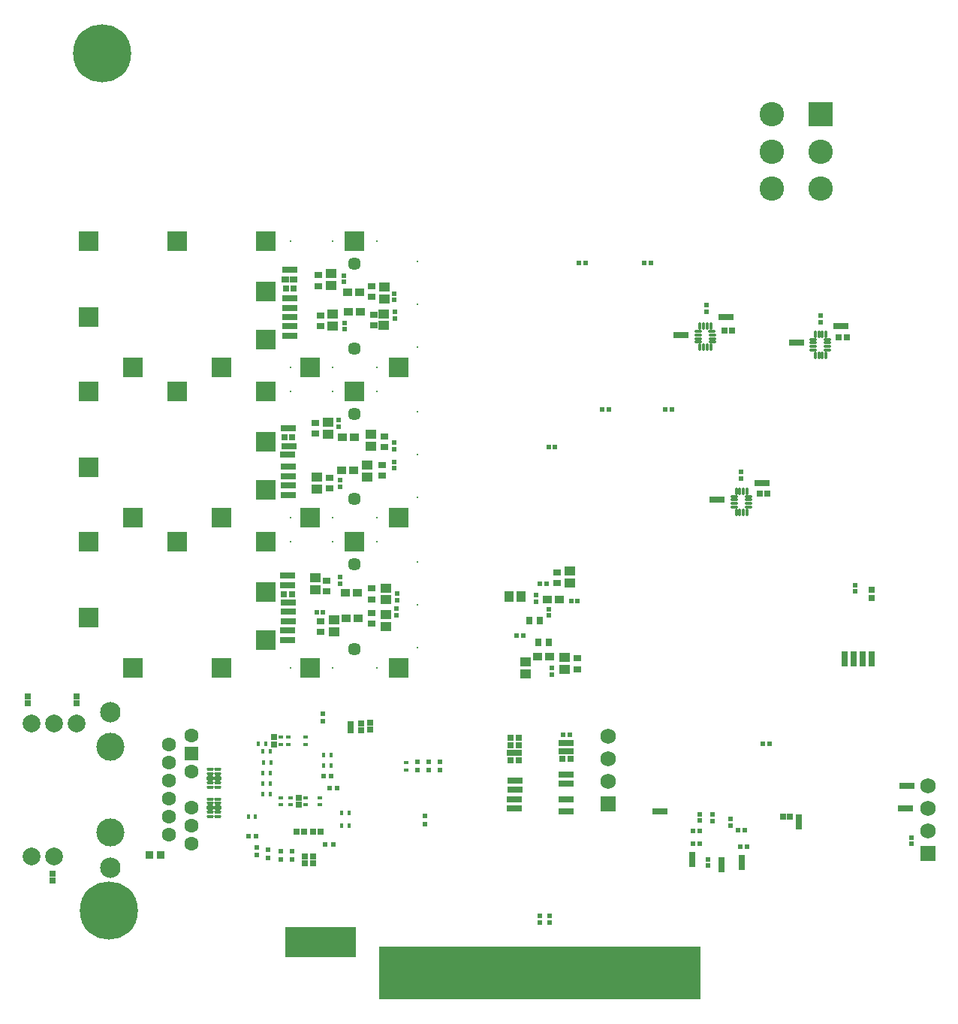
<source format=gbs>
G04*
G04 #@! TF.GenerationSoftware,Altium Limited,Altium Designer,24.4.1 (13)*
G04*
G04 Layer_Color=16711935*
%FSLAX44Y44*%
%MOMM*%
G71*
G04*
G04 #@! TF.SameCoordinates,C8449213-8EB4-48FE-A7C1-A76CF94B410D*
G04*
G04*
G04 #@! TF.FilePolarity,Negative*
G04*
G01*
G75*
%ADD29R,0.6725X0.7154*%
%ADD30R,0.5811X0.5121*%
%ADD54R,0.5121X0.5811*%
%ADD75R,0.7500X0.9000*%
%ADD76R,0.4000X0.5000*%
%ADD92R,8.0000X3.4500*%
%ADD93R,36.2500X6.0376*%
%ADD100R,0.8032X0.8532*%
%ADD101R,0.8532X0.8032*%
%ADD110R,1.6032X1.6032*%
G04:AMPARAMS|DCode=112|XSize=0.4032mm|YSize=0.8032mm|CornerRadius=0.1516mm|HoleSize=0mm|Usage=FLASHONLY|Rotation=0.000|XOffset=0mm|YOffset=0mm|HoleType=Round|Shape=RoundedRectangle|*
%AMROUNDEDRECTD112*
21,1,0.4032,0.5000,0,0,0.0*
21,1,0.1000,0.8032,0,0,0.0*
1,1,0.3032,0.0500,-0.2500*
1,1,0.3032,-0.0500,-0.2500*
1,1,0.3032,-0.0500,0.2500*
1,1,0.3032,0.0500,0.2500*
%
%ADD112ROUNDEDRECTD112*%
G04:AMPARAMS|DCode=113|XSize=0.4032mm|YSize=0.8032mm|CornerRadius=0.1516mm|HoleSize=0mm|Usage=FLASHONLY|Rotation=90.000|XOffset=0mm|YOffset=0mm|HoleType=Round|Shape=RoundedRectangle|*
%AMROUNDEDRECTD113*
21,1,0.4032,0.5000,0,0,90.0*
21,1,0.1000,0.8032,0,0,90.0*
1,1,0.3032,0.2500,0.0500*
1,1,0.3032,0.2500,-0.0500*
1,1,0.3032,-0.2500,-0.0500*
1,1,0.3032,-0.2500,0.0500*
%
%ADD113ROUNDEDRECTD113*%
G04:AMPARAMS|DCode=114|XSize=0.4032mm|YSize=0.9032mm|CornerRadius=0.1516mm|HoleSize=0mm|Usage=FLASHONLY|Rotation=90.000|XOffset=0mm|YOffset=0mm|HoleType=Round|Shape=RoundedRectangle|*
%AMROUNDEDRECTD114*
21,1,0.4032,0.6000,0,0,90.0*
21,1,0.1000,0.9032,0,0,90.0*
1,1,0.3032,0.3000,0.0500*
1,1,0.3032,0.3000,-0.0500*
1,1,0.3032,-0.3000,-0.0500*
1,1,0.3032,-0.3000,0.0500*
%
%ADD114ROUNDEDRECTD114*%
%ADD115R,0.7532X0.7532*%
%ADD116R,0.9144X4.3942*%
%ADD118R,0.7532X0.7032*%
%ADD119R,0.7032X0.7532*%
%ADD121R,0.7532X0.7532*%
%ADD128R,0.9144X3.4036*%
%ADD129R,1.7532X1.7532*%
%ADD130C,1.7532*%
%ADD131C,1.4532*%
%ADD132R,2.2032X2.2032*%
%ADD133C,0.2032*%
%ADD134C,3.1532*%
%ADD135C,2.0032*%
%ADD136C,2.3032*%
%ADD137C,1.6032*%
%ADD138C,6.5532*%
%ADD139R,2.7500X2.7500*%
%ADD140C,2.7500*%
%ADD164R,0.9000X0.7500*%
%ADD166R,1.1061X0.9582*%
%ADD169R,0.5682X0.5725*%
%ADD170R,0.8500X0.9000*%
%ADD173R,0.5725X0.5682*%
%ADD174R,0.5000X0.4000*%
%ADD175R,0.4682X0.4725*%
%ADD176R,1.2032X1.1032*%
%ADD177R,1.1032X1.2032*%
%ADD178R,0.6532X0.6532*%
G04:AMPARAMS|DCode=179|XSize=0.4032mm|YSize=0.7682mm|CornerRadius=0.1516mm|HoleSize=0mm|Usage=FLASHONLY|Rotation=270.000|XOffset=0mm|YOffset=0mm|HoleType=Round|Shape=RoundedRectangle|*
%AMROUNDEDRECTD179*
21,1,0.4032,0.4650,0,0,270.0*
21,1,0.1000,0.7682,0,0,270.0*
1,1,0.3032,-0.2325,-0.0500*
1,1,0.3032,-0.2325,0.0500*
1,1,0.3032,0.2325,0.0500*
1,1,0.3032,0.2325,-0.0500*
%
%ADD179ROUNDEDRECTD179*%
G04:AMPARAMS|DCode=180|XSize=0.6032mm|YSize=0.7682mm|CornerRadius=0.1516mm|HoleSize=0mm|Usage=FLASHONLY|Rotation=270.000|XOffset=0mm|YOffset=0mm|HoleType=Round|Shape=RoundedRectangle|*
%AMROUNDEDRECTD180*
21,1,0.6032,0.4650,0,0,270.0*
21,1,0.3000,0.7682,0,0,270.0*
1,1,0.3032,-0.2325,-0.1500*
1,1,0.3032,-0.2325,0.1500*
1,1,0.3032,0.2325,0.1500*
1,1,0.3032,0.2325,-0.1500*
%
%ADD180ROUNDEDRECTD180*%
D29*
X993227Y459225D02*
D03*
Y449654D02*
D03*
D30*
X618947Y466392D02*
D03*
X626258D02*
D03*
X635942Y620099D02*
D03*
X628631D02*
D03*
X670335Y827279D02*
D03*
X663025D02*
D03*
X743811Y827379D02*
D03*
X736501D02*
D03*
X696372Y662193D02*
D03*
X689061D02*
D03*
X767696Y662559D02*
D03*
X760386D02*
D03*
X592605Y407574D02*
D03*
X599915D02*
D03*
X661083Y446764D02*
D03*
X653772D02*
D03*
X877509Y286025D02*
D03*
X870198D02*
D03*
X842305Y188615D02*
D03*
X849616D02*
D03*
X844801Y169815D02*
D03*
X852112D02*
D03*
X798616Y172919D02*
D03*
X791305D02*
D03*
X798616Y187919D02*
D03*
X791305D02*
D03*
X644828Y295662D02*
D03*
X652138D02*
D03*
X366965Y434128D02*
D03*
X374276D02*
D03*
D54*
X629163Y430472D02*
D03*
Y437783D02*
D03*
X631929Y363860D02*
D03*
Y371171D02*
D03*
X614579Y453493D02*
D03*
Y446182D02*
D03*
X397632Y813544D02*
D03*
Y806234D02*
D03*
X454615Y793393D02*
D03*
Y786083D02*
D03*
X398070Y752906D02*
D03*
Y760217D02*
D03*
X455517Y765071D02*
D03*
Y772382D02*
D03*
X934854Y768419D02*
D03*
Y761108D02*
D03*
X806571Y779934D02*
D03*
Y772623D02*
D03*
X845349Y592111D02*
D03*
Y584800D02*
D03*
X973897Y457345D02*
D03*
Y464655D02*
D03*
X393399Y582606D02*
D03*
Y575295D02*
D03*
X392044Y643211D02*
D03*
Y650522D02*
D03*
X457311Y437978D02*
D03*
Y430667D02*
D03*
X457324Y455142D02*
D03*
Y447832D02*
D03*
X454615Y603436D02*
D03*
Y596125D02*
D03*
X454395Y617799D02*
D03*
Y625110D02*
D03*
X393399Y466164D02*
D03*
Y473475D02*
D03*
X833346Y200993D02*
D03*
Y193683D02*
D03*
X618944Y84621D02*
D03*
Y91931D02*
D03*
X808260Y155771D02*
D03*
Y148460D02*
D03*
X799104Y199220D02*
D03*
Y206531D02*
D03*
X813260Y198956D02*
D03*
Y206267D02*
D03*
X1038000Y172945D02*
D03*
Y180255D02*
D03*
X629866Y91931D02*
D03*
Y84621D02*
D03*
D75*
X628896Y400202D02*
D03*
X616896D02*
D03*
X618350Y424899D02*
D03*
X606351D02*
D03*
D76*
X403399Y208180D02*
D03*
X395399D02*
D03*
X403398Y193160D02*
D03*
X395398D02*
D03*
X314370Y229101D02*
D03*
X306370D02*
D03*
X314370Y241101D02*
D03*
X306370D02*
D03*
X289678Y203649D02*
D03*
X297678D02*
D03*
X374870Y261101D02*
D03*
X382870D02*
D03*
X374870Y273101D02*
D03*
X382870D02*
D03*
X315120Y264895D02*
D03*
X307120D02*
D03*
X314370Y253101D02*
D03*
X306370D02*
D03*
X314370Y277101D02*
D03*
X306370D02*
D03*
X309209Y286101D02*
D03*
X301209D02*
D03*
D92*
X371000Y62626D02*
D03*
D93*
X618750Y27688D02*
D03*
D100*
X982826Y377017D02*
D03*
Y385517D02*
D03*
X993227Y377078D02*
D03*
Y385578D02*
D03*
X972268Y377017D02*
D03*
Y385517D02*
D03*
X962188Y377017D02*
D03*
Y385517D02*
D03*
X910973Y193838D02*
D03*
Y202338D02*
D03*
X845960Y147865D02*
D03*
Y156365D02*
D03*
X823260Y145369D02*
D03*
Y153869D02*
D03*
X790850Y151521D02*
D03*
Y160021D02*
D03*
D101*
X1035105Y213000D02*
D03*
X1026605D02*
D03*
X331986Y809416D02*
D03*
X340486D02*
D03*
X332104Y819787D02*
D03*
X340604D02*
D03*
X332785Y787762D02*
D03*
X341285D02*
D03*
X332607Y777112D02*
D03*
X341107D02*
D03*
X332696Y766640D02*
D03*
X341196D02*
D03*
X332518Y756168D02*
D03*
X341018D02*
D03*
X332377Y745479D02*
D03*
X340877D02*
D03*
X954245Y756589D02*
D03*
X962745D02*
D03*
X912658Y737529D02*
D03*
X904158D02*
D03*
X823941Y766349D02*
D03*
X832441D02*
D03*
X781908Y745997D02*
D03*
X773408D02*
D03*
X822387Y560672D02*
D03*
X813887D02*
D03*
X865000Y579732D02*
D03*
X873500D02*
D03*
X652733Y251412D02*
D03*
X644233D02*
D03*
X652733Y240912D02*
D03*
X644233D02*
D03*
X652733Y209436D02*
D03*
X644233D02*
D03*
X594335Y212912D02*
D03*
X585835D02*
D03*
X1028479Y238400D02*
D03*
X1036979D02*
D03*
X652733Y223412D02*
D03*
X644233D02*
D03*
X339045Y576700D02*
D03*
X330545D02*
D03*
X339268Y566199D02*
D03*
X330768D02*
D03*
X339268Y587230D02*
D03*
X330768D02*
D03*
X338561Y611418D02*
D03*
X330061D02*
D03*
X339561Y598380D02*
D03*
X331061D02*
D03*
X339875Y621450D02*
D03*
X331375D02*
D03*
X338841Y424035D02*
D03*
X330341D02*
D03*
X339377Y434738D02*
D03*
X330877D02*
D03*
X338895Y444609D02*
D03*
X330395D02*
D03*
X338163Y464185D02*
D03*
X329663D02*
D03*
X338045Y475286D02*
D03*
X329545D02*
D03*
X339604Y641023D02*
D03*
X331104D02*
D03*
X338560Y414049D02*
D03*
X330061D02*
D03*
X338561Y402770D02*
D03*
X330060D02*
D03*
X750170Y209897D02*
D03*
X758670D02*
D03*
X586473Y244060D02*
D03*
X594973D02*
D03*
X586421Y234412D02*
D03*
X594921D02*
D03*
X585733Y223412D02*
D03*
X594234D02*
D03*
X652733Y286412D02*
D03*
X644233D02*
D03*
X652733Y277412D02*
D03*
X644233D02*
D03*
X585734Y275412D02*
D03*
X594234D02*
D03*
D110*
X225943Y274506D02*
D03*
D112*
X941212Y747529D02*
D03*
X937212D02*
D03*
X933212D02*
D03*
X929212D02*
D03*
Y723529D02*
D03*
X933212D02*
D03*
X937212D02*
D03*
X941212D02*
D03*
X811358Y756529D02*
D03*
X807358D02*
D03*
X803358D02*
D03*
X799358D02*
D03*
Y732529D02*
D03*
X803358D02*
D03*
X807358D02*
D03*
X811358D02*
D03*
X852152Y570672D02*
D03*
X848152D02*
D03*
X844152D02*
D03*
X840152D02*
D03*
Y546672D02*
D03*
X844152D02*
D03*
X848152D02*
D03*
X852152D02*
D03*
D113*
X927212Y741529D02*
D03*
Y737529D02*
D03*
Y733529D02*
D03*
Y729529D02*
D03*
X943212D02*
D03*
Y733529D02*
D03*
Y737529D02*
D03*
X797358Y750529D02*
D03*
Y746529D02*
D03*
Y742529D02*
D03*
Y738529D02*
D03*
X813358D02*
D03*
Y742529D02*
D03*
Y746529D02*
D03*
X838152Y564672D02*
D03*
Y560672D02*
D03*
Y556672D02*
D03*
Y552672D02*
D03*
X854152D02*
D03*
Y556672D02*
D03*
Y560672D02*
D03*
D114*
X942712Y741529D02*
D03*
X812858Y750529D02*
D03*
X853652Y564672D02*
D03*
D115*
X341268Y799259D02*
D03*
X332268D02*
D03*
X964745Y743769D02*
D03*
X955745D02*
D03*
X835495Y751225D02*
D03*
X826495D02*
D03*
X875500Y567672D02*
D03*
X866500D02*
D03*
X339145Y454297D02*
D03*
X330145D02*
D03*
X339377Y631141D02*
D03*
X330377D02*
D03*
X594483Y266912D02*
D03*
X585483D02*
D03*
X594483Y292412D02*
D03*
X585483D02*
D03*
X594483Y283912D02*
D03*
X585483D02*
D03*
X643983Y268912D02*
D03*
X652983D02*
D03*
D116*
X471460Y35376D02*
D03*
X461460D02*
D03*
X481460D02*
D03*
X641460D02*
D03*
X661459D02*
D03*
X731459D02*
D03*
X771459D02*
D03*
X691459D02*
D03*
X741459D02*
D03*
X701459D02*
D03*
X581460D02*
D03*
X611460D02*
D03*
X651460D02*
D03*
X521460D02*
D03*
X511460D02*
D03*
X501460D02*
D03*
X491460D02*
D03*
X551460D02*
D03*
X591460D02*
D03*
X601460D02*
D03*
X621460D02*
D03*
X631460D02*
D03*
X711459D02*
D03*
X671459D02*
D03*
X721459D02*
D03*
X751459D02*
D03*
X761459D02*
D03*
X681459D02*
D03*
X531460D02*
D03*
X541460D02*
D03*
X781459D02*
D03*
D118*
X892941Y203625D02*
D03*
X900441D02*
D03*
D119*
X96403Y338935D02*
D03*
Y331435D02*
D03*
X41000Y339392D02*
D03*
Y331892D02*
D03*
X69000Y131732D02*
D03*
Y139232D02*
D03*
X362620Y151173D02*
D03*
Y158673D02*
D03*
X353310Y150943D02*
D03*
Y158443D02*
D03*
X346620Y217101D02*
D03*
Y224601D02*
D03*
X427304Y309361D02*
D03*
Y301861D02*
D03*
X417225Y308799D02*
D03*
Y301299D02*
D03*
X405224Y308237D02*
D03*
Y300737D02*
D03*
D121*
X318620Y284851D02*
D03*
Y293851D02*
D03*
D128*
X451460Y40329D02*
D03*
D129*
X695331Y217850D02*
D03*
X1056000Y162200D02*
D03*
D130*
X695331Y243250D02*
D03*
Y268650D02*
D03*
Y294050D02*
D03*
X1056000Y238400D02*
D03*
Y213000D02*
D03*
Y187600D02*
D03*
D131*
X409518Y657780D02*
D03*
Y561780D02*
D03*
Y827240D02*
D03*
Y731240D02*
D03*
Y392320D02*
D03*
Y488320D02*
D03*
D132*
X459518Y709990D02*
D03*
X409518Y852490D02*
D03*
X359518Y709990D02*
D03*
X309518Y741690D02*
D03*
Y795690D02*
D03*
Y852490D02*
D03*
X259518Y709990D02*
D03*
X209518Y852490D02*
D03*
X109518D02*
D03*
Y766690D02*
D03*
X159518Y709990D02*
D03*
X459518Y540530D02*
D03*
X409518Y683030D02*
D03*
X359518Y540530D02*
D03*
X309518Y572230D02*
D03*
Y626230D02*
D03*
Y683030D02*
D03*
X259518Y540530D02*
D03*
X209518Y683030D02*
D03*
X109518D02*
D03*
Y597230D02*
D03*
X159518Y540530D02*
D03*
X459518Y371070D02*
D03*
X409518Y513570D02*
D03*
X359518Y371070D02*
D03*
X309518Y402770D02*
D03*
Y456770D02*
D03*
Y513570D02*
D03*
X259518Y371070D02*
D03*
X209518Y513570D02*
D03*
X109518D02*
D03*
Y427770D02*
D03*
X159518Y371070D02*
D03*
D133*
X480518Y733240D02*
D03*
Y781240D02*
D03*
Y829240D02*
D03*
X434518Y709940D02*
D03*
Y852540D02*
D03*
X384518D02*
D03*
Y709940D02*
D03*
X337518Y852540D02*
D03*
Y709940D02*
D03*
X480518Y563780D02*
D03*
Y611780D02*
D03*
Y659780D02*
D03*
X434518Y540480D02*
D03*
Y683080D02*
D03*
X384518D02*
D03*
Y540480D02*
D03*
X337518Y683080D02*
D03*
Y540480D02*
D03*
X480518Y394320D02*
D03*
Y442320D02*
D03*
Y490320D02*
D03*
X434518Y371020D02*
D03*
Y513620D02*
D03*
X384518D02*
D03*
Y371020D02*
D03*
X337518Y513620D02*
D03*
Y371020D02*
D03*
D134*
X134503Y282126D02*
D03*
Y185606D02*
D03*
D135*
X96403Y309050D02*
D03*
X45603D02*
D03*
X71003D02*
D03*
Y158682D02*
D03*
X45603D02*
D03*
D136*
X134503Y321750D02*
D03*
Y145982D02*
D03*
D137*
X225943Y172906D02*
D03*
X200543Y183066D02*
D03*
X225943Y193226D02*
D03*
Y213546D02*
D03*
Y294826D02*
D03*
X200543Y203386D02*
D03*
Y223706D02*
D03*
Y244026D02*
D03*
Y264346D02*
D03*
Y284666D02*
D03*
X225943Y254186D02*
D03*
D138*
X124890Y1064000D02*
D03*
X132353Y98000D02*
D03*
D139*
X935514Y995371D02*
D03*
D140*
Y953371D02*
D03*
Y911371D02*
D03*
X880514Y995371D02*
D03*
Y953371D02*
D03*
Y911371D02*
D03*
D164*
X660657Y370042D02*
D03*
Y382042D02*
D03*
X638242Y478950D02*
D03*
Y466950D02*
D03*
X369061Y813740D02*
D03*
Y801740D02*
D03*
X429185Y801239D02*
D03*
Y789239D02*
D03*
X371539Y756740D02*
D03*
Y768740D02*
D03*
X431219Y757293D02*
D03*
Y769293D02*
D03*
X365318Y635076D02*
D03*
Y647076D02*
D03*
X429198Y433237D02*
D03*
Y421237D02*
D03*
X429198Y460751D02*
D03*
Y448751D02*
D03*
X443586Y632035D02*
D03*
Y620035D02*
D03*
X440518Y600280D02*
D03*
Y588280D02*
D03*
X371258Y423770D02*
D03*
Y411770D02*
D03*
X381581Y573541D02*
D03*
Y585541D02*
D03*
X378518Y469820D02*
D03*
Y457820D02*
D03*
D166*
X616090Y384267D02*
D03*
X629611D02*
D03*
X640312Y448251D02*
D03*
X626791D02*
D03*
X415295Y794337D02*
D03*
X401774D02*
D03*
X416016Y772333D02*
D03*
X402495D02*
D03*
X395258Y594156D02*
D03*
X408780D02*
D03*
X396252Y631140D02*
D03*
X409774D02*
D03*
X400532Y427149D02*
D03*
X414053D02*
D03*
X412643Y455820D02*
D03*
X399121D02*
D03*
D169*
X390255Y235950D02*
D03*
X381212D02*
D03*
X289731Y181374D02*
D03*
X298773D02*
D03*
X385733Y172034D02*
D03*
X376690D02*
D03*
D170*
X191103Y160653D02*
D03*
X178103D02*
D03*
D173*
X505902Y256066D02*
D03*
Y265109D02*
D03*
X489247Y204354D02*
D03*
Y195311D02*
D03*
X480502Y256066D02*
D03*
Y265109D02*
D03*
X493202Y265109D02*
D03*
Y256066D02*
D03*
X339210Y155852D02*
D03*
Y164895D02*
D03*
X326133Y164895D02*
D03*
Y155853D02*
D03*
X312370Y166576D02*
D03*
Y157533D02*
D03*
X299678Y169194D02*
D03*
Y160151D02*
D03*
X374121Y310853D02*
D03*
Y319895D02*
D03*
D174*
X467802Y256588D02*
D03*
Y264588D02*
D03*
X370620Y224851D02*
D03*
Y216851D02*
D03*
X354620Y224851D02*
D03*
Y216851D02*
D03*
X337621Y224851D02*
D03*
Y216851D02*
D03*
X326620Y224851D02*
D03*
Y216851D02*
D03*
X354620Y285351D02*
D03*
Y293351D02*
D03*
X334620Y285351D02*
D03*
Y293351D02*
D03*
X326620Y285351D02*
D03*
Y293351D02*
D03*
D175*
X382892Y249101D02*
D03*
X374849D02*
D03*
D176*
X646733Y382792D02*
D03*
Y369292D02*
D03*
X602289Y378375D02*
D03*
Y364875D02*
D03*
X652448Y467140D02*
D03*
Y480640D02*
D03*
X383518Y802389D02*
D03*
Y815889D02*
D03*
X443433Y786956D02*
D03*
Y800456D02*
D03*
X384518Y770390D02*
D03*
Y756890D02*
D03*
X442802Y770490D02*
D03*
Y756990D02*
D03*
X367041Y573030D02*
D03*
Y586530D02*
D03*
X379823Y647936D02*
D03*
Y634436D02*
D03*
X424199Y586469D02*
D03*
Y599970D02*
D03*
X386382Y412034D02*
D03*
Y425535D02*
D03*
X444773Y418070D02*
D03*
Y431570D02*
D03*
X427829Y634522D02*
D03*
Y621023D02*
D03*
X444717Y447964D02*
D03*
Y461464D02*
D03*
X365620Y459570D02*
D03*
Y473070D02*
D03*
D177*
X597421Y451601D02*
D03*
X583921D02*
D03*
D178*
X352559Y186554D02*
D03*
X344559D02*
D03*
X362981D02*
D03*
X370981D02*
D03*
D179*
X246873Y203546D02*
D03*
Y208546D02*
D03*
Y218546D02*
D03*
Y223546D02*
D03*
X255224D02*
D03*
Y218546D02*
D03*
Y208546D02*
D03*
Y203546D02*
D03*
X246873Y236785D02*
D03*
Y241785D02*
D03*
Y251785D02*
D03*
Y256785D02*
D03*
X255224D02*
D03*
Y251785D02*
D03*
Y241785D02*
D03*
Y236785D02*
D03*
D180*
X246873Y213546D02*
D03*
X255224D02*
D03*
X246873Y246785D02*
D03*
X255224D02*
D03*
M02*

</source>
